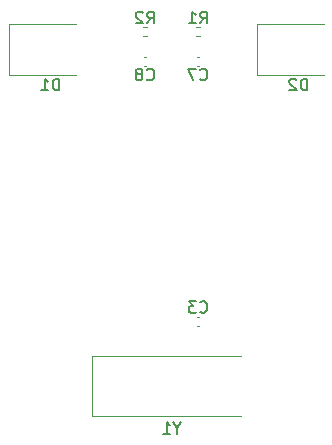
<source format=gbr>
%TF.GenerationSoftware,KiCad,Pcbnew,(5.1.12)-1*%
%TF.CreationDate,2024-07-10T23:31:02+08:00*%
%TF.ProjectId,BKL2x,424b4c32-782e-46b6-9963-61645f706362,1.0*%
%TF.SameCoordinates,Original*%
%TF.FileFunction,Legend,Bot*%
%TF.FilePolarity,Positive*%
%FSLAX46Y46*%
G04 Gerber Fmt 4.6, Leading zero omitted, Abs format (unit mm)*
G04 Created by KiCad (PCBNEW (5.1.12)-1) date 2024-07-10 23:31:02*
%MOMM*%
%LPD*%
G01*
G04 APERTURE LIST*
%ADD10C,0.120000*%
%ADD11C,0.150000*%
G04 APERTURE END LIST*
D10*
%TO.C,C8*%
X147372164Y-84860000D02*
X147587836Y-84860000D01*
X147372164Y-84140000D02*
X147587836Y-84140000D01*
%TO.C,C7*%
X151892164Y-84860000D02*
X152107836Y-84860000D01*
X151892164Y-84140000D02*
X152107836Y-84140000D01*
%TO.C,C3*%
X152107836Y-106140000D02*
X151892164Y-106140000D01*
X152107836Y-106860000D02*
X151892164Y-106860000D01*
%TO.C,D1*%
X135950000Y-85650000D02*
X141650000Y-85650000D01*
X135950000Y-81350000D02*
X141650000Y-81350000D01*
X135950000Y-85650000D02*
X135950000Y-81350000D01*
%TO.C,D2*%
X156950000Y-85650000D02*
X156950000Y-81350000D01*
X156950000Y-81350000D02*
X162650000Y-81350000D01*
X156950000Y-85650000D02*
X162650000Y-85650000D01*
%TO.C,R1*%
X152153641Y-82380000D02*
X151846359Y-82380000D01*
X152153641Y-81620000D02*
X151846359Y-81620000D01*
%TO.C,R2*%
X147663641Y-81620000D02*
X147356359Y-81620000D01*
X147663641Y-82380000D02*
X147356359Y-82380000D01*
%TO.C,Y1*%
X143050000Y-109450000D02*
X155650000Y-109450000D01*
X143050000Y-114550000D02*
X143050000Y-109450000D01*
X155650000Y-114550000D02*
X143050000Y-114550000D01*
%TO.C,C8*%
D11*
X147646666Y-86017142D02*
X147694285Y-86064761D01*
X147837142Y-86112380D01*
X147932380Y-86112380D01*
X148075238Y-86064761D01*
X148170476Y-85969523D01*
X148218095Y-85874285D01*
X148265714Y-85683809D01*
X148265714Y-85540952D01*
X148218095Y-85350476D01*
X148170476Y-85255238D01*
X148075238Y-85160000D01*
X147932380Y-85112380D01*
X147837142Y-85112380D01*
X147694285Y-85160000D01*
X147646666Y-85207619D01*
X147075238Y-85540952D02*
X147170476Y-85493333D01*
X147218095Y-85445714D01*
X147265714Y-85350476D01*
X147265714Y-85302857D01*
X147218095Y-85207619D01*
X147170476Y-85160000D01*
X147075238Y-85112380D01*
X146884761Y-85112380D01*
X146789523Y-85160000D01*
X146741904Y-85207619D01*
X146694285Y-85302857D01*
X146694285Y-85350476D01*
X146741904Y-85445714D01*
X146789523Y-85493333D01*
X146884761Y-85540952D01*
X147075238Y-85540952D01*
X147170476Y-85588571D01*
X147218095Y-85636190D01*
X147265714Y-85731428D01*
X147265714Y-85921904D01*
X147218095Y-86017142D01*
X147170476Y-86064761D01*
X147075238Y-86112380D01*
X146884761Y-86112380D01*
X146789523Y-86064761D01*
X146741904Y-86017142D01*
X146694285Y-85921904D01*
X146694285Y-85731428D01*
X146741904Y-85636190D01*
X146789523Y-85588571D01*
X146884761Y-85540952D01*
%TO.C,C7*%
X152166666Y-86017142D02*
X152214285Y-86064761D01*
X152357142Y-86112380D01*
X152452380Y-86112380D01*
X152595238Y-86064761D01*
X152690476Y-85969523D01*
X152738095Y-85874285D01*
X152785714Y-85683809D01*
X152785714Y-85540952D01*
X152738095Y-85350476D01*
X152690476Y-85255238D01*
X152595238Y-85160000D01*
X152452380Y-85112380D01*
X152357142Y-85112380D01*
X152214285Y-85160000D01*
X152166666Y-85207619D01*
X151833333Y-85112380D02*
X151166666Y-85112380D01*
X151595238Y-86112380D01*
%TO.C,C3*%
X152166666Y-105697142D02*
X152214285Y-105744761D01*
X152357142Y-105792380D01*
X152452380Y-105792380D01*
X152595238Y-105744761D01*
X152690476Y-105649523D01*
X152738095Y-105554285D01*
X152785714Y-105363809D01*
X152785714Y-105220952D01*
X152738095Y-105030476D01*
X152690476Y-104935238D01*
X152595238Y-104840000D01*
X152452380Y-104792380D01*
X152357142Y-104792380D01*
X152214285Y-104840000D01*
X152166666Y-104887619D01*
X151833333Y-104792380D02*
X151214285Y-104792380D01*
X151547619Y-105173333D01*
X151404761Y-105173333D01*
X151309523Y-105220952D01*
X151261904Y-105268571D01*
X151214285Y-105363809D01*
X151214285Y-105601904D01*
X151261904Y-105697142D01*
X151309523Y-105744761D01*
X151404761Y-105792380D01*
X151690476Y-105792380D01*
X151785714Y-105744761D01*
X151833333Y-105697142D01*
%TO.C,D1*%
X140238095Y-86952380D02*
X140238095Y-85952380D01*
X140000000Y-85952380D01*
X139857142Y-86000000D01*
X139761904Y-86095238D01*
X139714285Y-86190476D01*
X139666666Y-86380952D01*
X139666666Y-86523809D01*
X139714285Y-86714285D01*
X139761904Y-86809523D01*
X139857142Y-86904761D01*
X140000000Y-86952380D01*
X140238095Y-86952380D01*
X138714285Y-86952380D02*
X139285714Y-86952380D01*
X139000000Y-86952380D02*
X139000000Y-85952380D01*
X139095238Y-86095238D01*
X139190476Y-86190476D01*
X139285714Y-86238095D01*
%TO.C,D2*%
X161238095Y-86952380D02*
X161238095Y-85952380D01*
X161000000Y-85952380D01*
X160857142Y-86000000D01*
X160761904Y-86095238D01*
X160714285Y-86190476D01*
X160666666Y-86380952D01*
X160666666Y-86523809D01*
X160714285Y-86714285D01*
X160761904Y-86809523D01*
X160857142Y-86904761D01*
X161000000Y-86952380D01*
X161238095Y-86952380D01*
X160285714Y-86047619D02*
X160238095Y-86000000D01*
X160142857Y-85952380D01*
X159904761Y-85952380D01*
X159809523Y-86000000D01*
X159761904Y-86047619D01*
X159714285Y-86142857D01*
X159714285Y-86238095D01*
X159761904Y-86380952D01*
X160333333Y-86952380D01*
X159714285Y-86952380D01*
%TO.C,R1*%
X152166666Y-81282380D02*
X152500000Y-80806190D01*
X152738095Y-81282380D02*
X152738095Y-80282380D01*
X152357142Y-80282380D01*
X152261904Y-80330000D01*
X152214285Y-80377619D01*
X152166666Y-80472857D01*
X152166666Y-80615714D01*
X152214285Y-80710952D01*
X152261904Y-80758571D01*
X152357142Y-80806190D01*
X152738095Y-80806190D01*
X151214285Y-81282380D02*
X151785714Y-81282380D01*
X151500000Y-81282380D02*
X151500000Y-80282380D01*
X151595238Y-80425238D01*
X151690476Y-80520476D01*
X151785714Y-80568095D01*
%TO.C,R2*%
X147676666Y-81282380D02*
X148010000Y-80806190D01*
X148248095Y-81282380D02*
X148248095Y-80282380D01*
X147867142Y-80282380D01*
X147771904Y-80330000D01*
X147724285Y-80377619D01*
X147676666Y-80472857D01*
X147676666Y-80615714D01*
X147724285Y-80710952D01*
X147771904Y-80758571D01*
X147867142Y-80806190D01*
X148248095Y-80806190D01*
X147295714Y-80377619D02*
X147248095Y-80330000D01*
X147152857Y-80282380D01*
X146914761Y-80282380D01*
X146819523Y-80330000D01*
X146771904Y-80377619D01*
X146724285Y-80472857D01*
X146724285Y-80568095D01*
X146771904Y-80710952D01*
X147343333Y-81282380D01*
X146724285Y-81282380D01*
%TO.C,Y1*%
X150226190Y-115526190D02*
X150226190Y-116002380D01*
X150559523Y-115002380D02*
X150226190Y-115526190D01*
X149892857Y-115002380D01*
X149035714Y-116002380D02*
X149607142Y-116002380D01*
X149321428Y-116002380D02*
X149321428Y-115002380D01*
X149416666Y-115145238D01*
X149511904Y-115240476D01*
X149607142Y-115288095D01*
%TD*%
M02*

</source>
